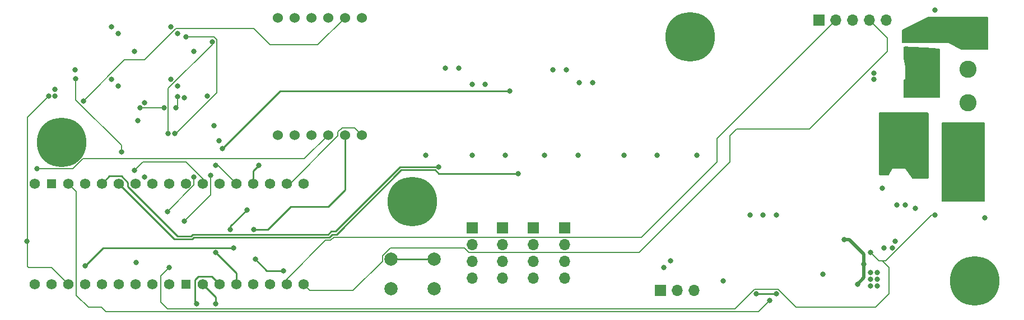
<source format=gbr>
%TF.GenerationSoftware,KiCad,Pcbnew,7.0.1-0*%
%TF.CreationDate,2023-09-22T11:11:22-04:00*%
%TF.ProjectId,Segway V7,53656777-6179-4205-9637-2e6b69636164,V1*%
%TF.SameCoordinates,Original*%
%TF.FileFunction,Copper,L4,Bot*%
%TF.FilePolarity,Positive*%
%FSLAX46Y46*%
G04 Gerber Fmt 4.6, Leading zero omitted, Abs format (unit mm)*
G04 Created by KiCad (PCBNEW 7.0.1-0) date 2023-09-22 11:11:22*
%MOMM*%
%LPD*%
G01*
G04 APERTURE LIST*
%TA.AperFunction,ComponentPad*%
%ADD10R,2.600000X2.600000*%
%TD*%
%TA.AperFunction,ComponentPad*%
%ADD11C,2.600000*%
%TD*%
%TA.AperFunction,ComponentPad*%
%ADD12C,7.500000*%
%TD*%
%TA.AperFunction,ComponentPad*%
%ADD13R,1.700000X1.700000*%
%TD*%
%TA.AperFunction,ComponentPad*%
%ADD14O,1.700000X1.700000*%
%TD*%
%TA.AperFunction,ComponentPad*%
%ADD15C,1.574800*%
%TD*%
%TA.AperFunction,ComponentPad*%
%ADD16R,1.473200X1.473200*%
%TD*%
%TA.AperFunction,ComponentPad*%
%ADD17C,2.000000*%
%TD*%
%TA.AperFunction,ComponentPad*%
%ADD18C,1.524000*%
%TD*%
%TA.AperFunction,ViaPad*%
%ADD19C,0.800000*%
%TD*%
%TA.AperFunction,Conductor*%
%ADD20C,0.200000*%
%TD*%
%TA.AperFunction,Conductor*%
%ADD21C,0.250000*%
%TD*%
%TA.AperFunction,Conductor*%
%ADD22C,0.500000*%
%TD*%
%TA.AperFunction,Conductor*%
%ADD23C,0.127000*%
%TD*%
G04 APERTURE END LIST*
D10*
%TO.P,J10,1,Pin_1*%
%TO.N,/VBAT_IN*%
X246000000Y-116080000D03*
D11*
%TO.P,J10,2,Pin_2*%
%TO.N,GND*%
X246000000Y-111000000D03*
%TO.P,J10,3,Pin_3*%
X246000000Y-105920000D03*
%TO.P,J10,4,Pin_4*%
%TO.N,/VBAT_MOTOR*%
X246000000Y-100840000D03*
%TD*%
D12*
%TO.P,REF\u002A\u002A,1*%
%TO.N,GND*%
X109000000Y-117000000D03*
%TD*%
D13*
%TO.P,J2,1,Pin_1*%
%TO.N,GND*%
X199500000Y-139500000D03*
D14*
%TO.P,J2,2,Pin_2*%
%TO.N,Net-(J2-Pin_2)*%
X202040000Y-139500000D03*
%TO.P,J2,3,Pin_3*%
%TO.N,/BUCK_5V*%
X204580000Y-139500000D03*
%TD*%
D15*
%TO.P,U1,34,IO35*%
%TO.N,/MOSI*%
X104880000Y-138500000D03*
%TO.P,U1,33,IO37*%
%TO.N,/MISO*%
X107420000Y-138500000D03*
%TO.P,U1,32,IO36*%
%TO.N,/SCK*%
X109960000Y-138500000D03*
%TO.P,U1,31,IO34*%
%TO.N,/TFT_D{slash}C*%
X112500000Y-138500000D03*
%TO.P,U1,30,IO9*%
%TO.N,/SCL*%
X115040000Y-138500000D03*
%TO.P,U1,29,IO8*%
%TO.N,/SDA*%
X117580000Y-138500000D03*
%TO.P,U1,28,IO7*%
%TO.N,/WS2812*%
X120120000Y-138500000D03*
%TO.P,U1,27,IO6*%
%TO.N,/BAT_READING*%
X122660000Y-138500000D03*
%TO.P,U1,26,RST*%
%TO.N,/RST*%
X125200000Y-138500000D03*
D16*
%TO.P,U1,25,GND*%
%TO.N,GND*%
X127740000Y-138500000D03*
D15*
%TO.P,U1,24,TX*%
%TO.N,/TX*%
X130280000Y-138500000D03*
%TO.P,U1,23,RX*%
%TO.N,/RX*%
X132820000Y-138500000D03*
%TO.P,U1,22,IO38*%
%TO.N,/HALL_L_B*%
X135360000Y-138500000D03*
%TO.P,U1,21,IO39*%
%TO.N,/DIR1*%
X137900000Y-138500000D03*
%TO.P,U1,20,IO40*%
%TO.N,/DIR2*%
X140440000Y-138500000D03*
%TO.P,U1,19,IO41*%
%TO.N,/PWM1*%
X142980000Y-138500000D03*
%TO.P,U1,18,IO42*%
%TO.N,/PWM2*%
X145520000Y-138500000D03*
%TO.P,U1,17,IO12*%
%TO.N,/IMU_CS*%
X145520000Y-123260000D03*
%TO.P,U1,16,IO13*%
%TO.N,/IMU_INT*%
X142980000Y-123260000D03*
%TO.P,U1,15,IO14*%
%TO.N,/IMU_RST*%
X140440000Y-123260000D03*
%TO.P,U1,14,IO15*%
%TO.N,/HALL_R_B*%
X137900000Y-123260000D03*
%TO.P,U1,13,IO16*%
%TO.N,/HALL_R_A*%
X135360000Y-123260000D03*
%TO.P,U1,12,LDO2_OUT*%
%TO.N,unconnected-(U1-LDO2_OUT-Pad12)*%
X132820000Y-123260000D03*
%TO.P,U1,11,IO0*%
%TO.N,/TFT_RST*%
X130280000Y-123260000D03*
%TO.P,U1,10,IO21*%
%TO.N,/HALL_L_A*%
X127740000Y-123260000D03*
%TO.P,U1,9,IO5*%
%TO.N,/A4*%
X125200000Y-123260000D03*
%TO.P,U1,8,IO4*%
%TO.N,/A3*%
X122660000Y-123260000D03*
%TO.P,U1,7,IO3*%
%TO.N,/TFT_CS*%
X120120000Y-123260000D03*
%TO.P,U1,6,IO2*%
%TO.N,/A1*%
X117580000Y-123260000D03*
%TO.P,U1,5,IO1*%
%TO.N,/A0*%
X115040000Y-123260000D03*
%TO.P,U1,4,3V3*%
%TO.N,+3.3V*%
X112500000Y-123260000D03*
%TO.P,U1,3,5V*%
%TO.N,+5V*%
X109960000Y-123260000D03*
D16*
%TO.P,U1,2,GND*%
%TO.N,GND*%
X107420000Y-123260000D03*
D15*
%TO.P,U1,1,VBAT*%
%TO.N,unconnected-(U1-VBAT-Pad1)*%
X104880000Y-123260000D03*
%TD*%
D13*
%TO.P,J8,1,Pin_1*%
%TO.N,/DIR1*%
X223420000Y-98500000D03*
D14*
%TO.P,J8,2,Pin_2*%
%TO.N,/PWM1*%
X225960000Y-98500000D03*
%TO.P,J8,3,Pin_3*%
%TO.N,/DIR2*%
X228500000Y-98500000D03*
%TO.P,J8,4,Pin_4*%
%TO.N,/PWM2*%
X231040000Y-98500000D03*
%TO.P,J8,5,Pin_5*%
%TO.N,GND*%
X233580000Y-98500000D03*
%TD*%
D13*
%TO.P,J3,1,Pin_1*%
%TO.N,+3.3V*%
X171000000Y-130000000D03*
D14*
%TO.P,J3,2,Pin_2*%
X171000000Y-132540000D03*
%TO.P,J3,3,Pin_3*%
X171000000Y-135080000D03*
%TO.P,J3,4,Pin_4*%
X171000000Y-137620000D03*
%TD*%
D13*
%TO.P,J7,1,Pin_1*%
%TO.N,GND*%
X185000000Y-130000000D03*
D14*
%TO.P,J7,2,Pin_2*%
%TO.N,+3.3V*%
X185000000Y-132540000D03*
%TO.P,J7,3,Pin_3*%
%TO.N,/RX*%
X185000000Y-135080000D03*
%TO.P,J7,4,Pin_4*%
%TO.N,/TX*%
X185000000Y-137620000D03*
%TD*%
D13*
%TO.P,J4,1,Pin_1*%
%TO.N,GND*%
X175650000Y-130000000D03*
D14*
%TO.P,J4,2,Pin_2*%
X175650000Y-132540000D03*
%TO.P,J4,3,Pin_3*%
X175650000Y-135080000D03*
%TO.P,J4,4,Pin_4*%
X175650000Y-137620000D03*
%TD*%
D12*
%TO.P,REF\u002A\u002A,3*%
%TO.N,GND*%
X204000000Y-101000000D03*
%TD*%
D17*
%TO.P,SW3,1,1*%
%TO.N,/RST*%
X158750000Y-134750000D03*
X165250000Y-134750000D03*
%TO.P,SW3,2,2*%
%TO.N,GND*%
X158750000Y-139250000D03*
X165250000Y-139250000D03*
%TD*%
D18*
%TO.P,A1,1,Vin*%
%TO.N,+3.3V*%
X141650000Y-115890000D03*
%TO.P,A1,2,3Vo*%
%TO.N,unconnected-(A1-3Vo-Pad2)*%
X144190000Y-115890000D03*
%TO.P,A1,3,GND*%
%TO.N,GND*%
X146730000Y-115890000D03*
%TO.P,A1,4,SCL*%
%TO.N,/SCK*%
X149270000Y-115890000D03*
%TO.P,A1,5,SDA*%
%TO.N,/MISO*%
X151810000Y-115890000D03*
%TO.P,A1,6,INT*%
%TO.N,/IMU_INT*%
X154350000Y-115890000D03*
%TO.P,A1,7,BT*%
%TO.N,unconnected-(A1-BT-Pad7)*%
X141650000Y-98110000D03*
%TO.P,A1,8,P0*%
%TO.N,+3.3V*%
X144190000Y-98110000D03*
%TO.P,A1,9,P1*%
X146730000Y-98110000D03*
%TO.P,A1,10,RST*%
%TO.N,/IMU_RST*%
X149270000Y-98110000D03*
%TO.P,A1,11,DI*%
%TO.N,/MOSI*%
X151810000Y-98110000D03*
%TO.P,A1,12,CS*%
%TO.N,/IMU_CS*%
X154350000Y-98110000D03*
%TD*%
D13*
%TO.P,J5,1,Pin_1*%
%TO.N,/BUCK_5V*%
X180300000Y-130000000D03*
D14*
%TO.P,J5,2,Pin_2*%
X180300000Y-132540000D03*
%TO.P,J5,3,Pin_3*%
X180300000Y-135080000D03*
%TO.P,J5,4,Pin_4*%
X180300000Y-137620000D03*
%TD*%
D12*
%TO.P,REF\u002A\u002A,2*%
%TO.N,GND*%
X162000000Y-126000000D03*
%TD*%
%TO.P,REF\u002A\u002A,4*%
%TO.N,GND*%
X247000000Y-138000000D03*
%TD*%
D19*
%TO.N,/VBAT_MOTOR_PRE*%
X237000000Y-105000000D03*
X241000000Y-104000000D03*
X240000000Y-104000000D03*
X241000000Y-108000000D03*
X241000000Y-109000000D03*
X240000000Y-109000000D03*
X240000000Y-108000000D03*
X241000000Y-107000000D03*
X240000000Y-107000000D03*
X239000000Y-107000000D03*
X238000000Y-107000000D03*
X238000000Y-106000000D03*
X239000000Y-106000000D03*
X240000000Y-106000000D03*
X241000000Y-106000000D03*
X241000000Y-105000000D03*
X240000000Y-105000000D03*
X239000000Y-105000000D03*
X238000000Y-105000000D03*
%TO.N,/VBAT_MOTOR*%
X247500000Y-102500000D03*
X248250000Y-101500000D03*
X248250000Y-99750000D03*
X247500000Y-98750000D03*
X244500000Y-98750000D03*
X244250000Y-102000000D03*
X243250000Y-101250000D03*
X243250000Y-100250000D03*
X243250000Y-99250000D03*
X242000000Y-99250000D03*
X242000000Y-100250000D03*
X242000000Y-101250000D03*
X240750000Y-101250000D03*
X240750000Y-100250000D03*
X240750000Y-99250000D03*
X239500000Y-99250000D03*
X239500000Y-100250000D03*
X239500000Y-101250000D03*
%TO.N,/VBAT*%
X239250000Y-119500000D03*
X239250000Y-118500000D03*
X239250000Y-117500000D03*
X239250000Y-116000000D03*
X239250000Y-114750000D03*
X239250000Y-113250000D03*
X236750000Y-119500000D03*
X236750000Y-120500000D03*
X235500000Y-120500000D03*
X235500000Y-119500000D03*
X234250000Y-119500000D03*
X233000000Y-119500000D03*
%TO.N,/VBAT_IN*%
X244000000Y-118000000D03*
X248000000Y-119000000D03*
X247000000Y-119000000D03*
X246000000Y-119000000D03*
X245000000Y-119000000D03*
X244000000Y-119000000D03*
X243000000Y-119000000D03*
X243000000Y-118000000D03*
X243000000Y-117000000D03*
X243000000Y-116000000D03*
X243000000Y-115000000D03*
%TO.N,GND*%
X238000000Y-127000000D03*
X236500000Y-126500000D03*
X235250000Y-126500000D03*
X235000000Y-132000000D03*
X234500000Y-133000000D03*
X233250000Y-133000000D03*
%TO.N,Net-(U3-SW)*%
X227250000Y-131750000D03*
%TO.N,GND*%
X232250000Y-138750000D03*
X232250000Y-137750000D03*
X232250000Y-136750000D03*
X231250000Y-138750000D03*
X231250000Y-137750000D03*
X231250000Y-136750000D03*
%TO.N,Net-(U3-SW)*%
X229250000Y-138500000D03*
%TO.N,+3.3V*%
X120000000Y-103250000D03*
X111000000Y-106000000D03*
X176000000Y-119000000D03*
X169000000Y-105750000D03*
X117500000Y-100500000D03*
X187000000Y-119000000D03*
X117500000Y-108500000D03*
X189250000Y-108000000D03*
X131000000Y-110000000D03*
X185250000Y-106000000D03*
X126500000Y-100500000D03*
X127500000Y-110250000D03*
X121500000Y-111000000D03*
X126500000Y-108500000D03*
X173000000Y-108250000D03*
X164000000Y-119000000D03*
X187250000Y-108000000D03*
X129000000Y-103250000D03*
X199000000Y-119000000D03*
X171000000Y-108250000D03*
X132750000Y-116750000D03*
X108000000Y-109000000D03*
%TO.N,GND*%
X125500000Y-107500000D03*
X194000000Y-119000000D03*
X121500000Y-122250000D03*
X200000000Y-136000000D03*
X248500000Y-128500000D03*
X224000000Y-137000000D03*
X205000000Y-119000000D03*
X182000000Y-119000000D03*
X108000000Y-110000000D03*
X116500000Y-107500000D03*
X213000000Y-128000000D03*
X209000000Y-138000000D03*
X171000000Y-119000000D03*
X132000000Y-114500000D03*
X231750000Y-106500000D03*
X215000000Y-128000000D03*
X233000000Y-124000000D03*
X201000000Y-135000000D03*
X183250000Y-106000000D03*
X167000000Y-105750000D03*
X241000000Y-97000000D03*
X125500000Y-99500000D03*
X116500000Y-99500000D03*
X120500000Y-113750000D03*
X231750000Y-107500000D03*
X120250000Y-135250000D03*
X217000000Y-128000000D03*
%TO.N,/SCK*%
X105250000Y-121000000D03*
X107000000Y-110000000D03*
X103750000Y-132000000D03*
%TO.N,/MISO*%
X112500000Y-135750000D03*
X138000000Y-130250000D03*
X135000000Y-133000000D03*
%TO.N,/MOSI*%
X112250000Y-110750000D03*
%TO.N,Net-(U3-SW)*%
X230250000Y-135500000D03*
%TO.N,/HALL_L_B*%
X132250000Y-133750000D03*
X134500000Y-130250000D03*
X137000000Y-127250000D03*
%TO.N,/HALL_R_A*%
X133250000Y-118000000D03*
X132250000Y-120500000D03*
X176750000Y-109250000D03*
%TO.N,/HALL_R_B*%
X138750000Y-120500000D03*
%TO.N,/SCL*%
X125000000Y-127500000D03*
X129000000Y-122250000D03*
%TO.N,/SDA*%
X127500000Y-129000000D03*
X131500000Y-122000000D03*
%TO.N,/TX*%
X132250000Y-141474500D03*
%TO.N,/RX*%
X129375000Y-141500000D03*
%TO.N,/A0*%
X166000000Y-120750000D03*
%TO.N,/A1*%
X178000000Y-121750000D03*
%TO.N,Net-(Q1-Pad2)*%
X216987701Y-139987701D03*
X214000000Y-140000000D03*
%TO.N,+5V*%
X216000000Y-141000000D03*
%TO.N,/SC0*%
X126521001Y-110048599D03*
X126237000Y-111750000D03*
%TO.N,/SD1*%
X124430812Y-111750000D03*
X120855003Y-111763534D03*
%TO.N,/SD2*%
X126093315Y-115650500D03*
X127750000Y-101000000D03*
%TO.N,/SC2*%
X125093812Y-115650500D03*
X131750000Y-101750000D03*
%TO.N,/RST*%
X142500000Y-136500000D03*
X138250000Y-134750000D03*
%TO.N,/VBAT_MCU*%
X125250000Y-136000000D03*
X241000000Y-128000000D03*
X231250000Y-133750000D03*
%TO.N,/TFT_RST*%
X111119622Y-107380378D03*
X120000000Y-121250000D03*
X118000000Y-118500000D03*
%TD*%
D20*
%TO.N,/PWM1*%
X142980000Y-138500000D02*
X142980000Y-137770000D01*
X142980000Y-137770000D02*
X148875000Y-131875000D01*
X148875000Y-131875000D02*
X149605000Y-131875000D01*
X149605000Y-131875000D02*
X150090000Y-131390000D01*
X150090000Y-131390000D02*
X196610000Y-131390000D01*
X196610000Y-131390000D02*
X208000000Y-120000000D01*
X208000000Y-120000000D02*
X208000000Y-116460000D01*
X208000000Y-116460000D02*
X225960000Y-98500000D01*
D21*
%TO.N,/A1*%
X117580000Y-123260000D02*
X126020000Y-131700000D01*
X165974695Y-121750000D02*
X178000000Y-121750000D01*
X126020000Y-131700000D02*
X128686396Y-131700000D01*
X128686396Y-131700000D02*
X128936396Y-131450000D01*
X128936396Y-131450000D02*
X149428960Y-131450000D01*
X149428960Y-131450000D02*
X149913960Y-130965000D01*
X149913960Y-130965000D02*
X150535000Y-130965000D01*
X150535000Y-130965000D02*
X160300000Y-121200000D01*
X160300000Y-121200000D02*
X165424695Y-121200000D01*
X165424695Y-121200000D02*
X165974695Y-121750000D01*
D20*
%TO.N,/PWM2*%
X145520000Y-138500000D02*
X146520000Y-139500000D01*
X146520000Y-139500000D02*
X153000000Y-139500000D01*
X153000000Y-139500000D02*
X157450000Y-135050000D01*
X157450000Y-135050000D02*
X157450000Y-134211522D01*
X157450000Y-134211522D02*
X158661522Y-133000000D01*
X158661522Y-133000000D02*
X169833654Y-133000000D01*
X169833654Y-133000000D02*
X170523654Y-133690000D01*
X210000000Y-120000000D02*
X210000000Y-116000000D01*
X210000000Y-116000000D02*
X211000000Y-115000000D01*
X211000000Y-115000000D02*
X222000000Y-115000000D01*
X170523654Y-133690000D02*
X196310000Y-133690000D01*
X196310000Y-133690000D02*
X210000000Y-120000000D01*
X222000000Y-115000000D02*
X233750000Y-103250000D01*
X233750000Y-103250000D02*
X233750000Y-101210000D01*
X233750000Y-101210000D02*
X231040000Y-98500000D01*
%TO.N,/VBAT_MCU*%
X233000000Y-135000000D02*
X232500000Y-135000000D01*
X232500000Y-135000000D02*
X231250000Y-133750000D01*
D22*
%TO.N,Net-(U3-SW)*%
X230250000Y-135500000D02*
X230250000Y-134000000D01*
X230250000Y-134000000D02*
X228000000Y-131750000D01*
X228000000Y-131750000D02*
X227250000Y-131750000D01*
X229250000Y-138500000D02*
X230250000Y-137500000D01*
X230250000Y-137500000D02*
X230250000Y-135500000D01*
D20*
%TO.N,/VBAT_MCU*%
X124000000Y-141250000D02*
X125000000Y-142250000D01*
X213722349Y-139287701D02*
X217277651Y-139287701D01*
X217277651Y-139287701D02*
X219989950Y-142000000D01*
X219989950Y-142000000D02*
X232000000Y-142000000D01*
X124000000Y-137250000D02*
X124000000Y-141250000D01*
X125000000Y-142250000D02*
X210760050Y-142250000D01*
X125250000Y-136000000D02*
X124000000Y-137250000D01*
X210760050Y-142250000D02*
X213722349Y-139287701D01*
X234000000Y-136000000D02*
X233000000Y-135000000D01*
X232000000Y-142000000D02*
X234000000Y-140000000D01*
X234000000Y-140000000D02*
X234000000Y-136000000D01*
X233000000Y-135000000D02*
X233500000Y-135000000D01*
X233500000Y-135000000D02*
X240500000Y-128000000D01*
X240500000Y-128000000D02*
X241000000Y-128000000D01*
%TO.N,/SCK*%
X103750000Y-132000000D02*
X103792600Y-132042600D01*
X110677565Y-121050000D02*
X105300000Y-121050000D01*
X149270000Y-115890000D02*
X145660000Y-119500000D01*
X103792600Y-132042600D02*
X103792600Y-135792600D01*
X112227565Y-119500000D02*
X110677565Y-121050000D01*
X107460000Y-136000000D02*
X109960000Y-138500000D01*
X105300000Y-121050000D02*
X105250000Y-121000000D01*
X103792600Y-131957400D02*
X103750000Y-132000000D01*
X103792600Y-113207400D02*
X103792600Y-131957400D01*
X107000000Y-110000000D02*
X103792600Y-113207400D01*
X145660000Y-119500000D02*
X112227565Y-119500000D01*
X103792600Y-135792600D02*
X104000000Y-136000000D01*
X104000000Y-136000000D02*
X107460000Y-136000000D01*
D21*
%TO.N,/MISO*%
X138000000Y-130250000D02*
X140103172Y-130250000D01*
X140103172Y-130250000D02*
X143603172Y-126750000D01*
X149250000Y-126750000D02*
X151810000Y-124190000D01*
X115250000Y-133000000D02*
X135000000Y-133000000D01*
X112500000Y-135750000D02*
X115250000Y-133000000D01*
X151810000Y-124190000D02*
X151810000Y-115890000D01*
X143603172Y-126750000D02*
X149250000Y-126750000D01*
D20*
%TO.N,/IMU_INT*%
X153288000Y-114828000D02*
X151370105Y-114828000D01*
X150748000Y-116002000D02*
X143490000Y-123260000D01*
X150748000Y-115450105D02*
X150748000Y-116002000D01*
X154350000Y-115890000D02*
X153288000Y-114828000D01*
X151370105Y-114828000D02*
X150748000Y-115450105D01*
X143490000Y-123260000D02*
X142980000Y-123260000D01*
%TO.N,/MOSI*%
X147670000Y-102250000D02*
X151810000Y-98110000D01*
X138050000Y-99800000D02*
X140500000Y-102250000D01*
X140500000Y-102250000D02*
X147670000Y-102250000D01*
X121510050Y-104500000D02*
X126210050Y-99800000D01*
X112250000Y-110750000D02*
X118500000Y-104500000D01*
X118500000Y-104500000D02*
X121510050Y-104500000D01*
X126210050Y-99800000D02*
X138050000Y-99800000D01*
D21*
%TO.N,/HALL_L_B*%
X132250000Y-133750000D02*
X135360000Y-136860000D01*
X135360000Y-136860000D02*
X135360000Y-138500000D01*
X134500000Y-129750000D02*
X134500000Y-130250000D01*
X137000000Y-127250000D02*
X134500000Y-129750000D01*
%TO.N,/HALL_R_A*%
X142000000Y-109250000D02*
X133250000Y-118000000D01*
D20*
X135360000Y-123260000D02*
X132600000Y-120500000D01*
D21*
X176750000Y-109250000D02*
X142000000Y-109250000D01*
D20*
X132600000Y-120500000D02*
X132250000Y-120500000D01*
D21*
%TO.N,/HALL_R_B*%
X138750000Y-120500000D02*
X137900000Y-121350000D01*
X137900000Y-121350000D02*
X137900000Y-123260000D01*
D23*
%TO.N,/SCL*%
X129000000Y-123500000D02*
X129000000Y-122250000D01*
X125000000Y-127500000D02*
X129000000Y-123500000D01*
%TO.N,/SDA*%
X131500000Y-125000000D02*
X131500000Y-122000000D01*
X127500000Y-129000000D02*
X131500000Y-125000000D01*
D21*
%TO.N,/TX*%
X132250000Y-141474500D02*
X132250000Y-140470000D01*
X132250000Y-140470000D02*
X130280000Y-138500000D01*
%TO.N,/RX*%
X129612400Y-137387600D02*
X131707600Y-137387600D01*
X129167600Y-141292600D02*
X129167600Y-137832400D01*
X129167600Y-137832400D02*
X129612400Y-137387600D01*
X131707600Y-137387600D02*
X132820000Y-138500000D01*
X129375000Y-141500000D02*
X129167600Y-141292600D01*
%TO.N,/A0*%
X149727564Y-130515000D02*
X150348604Y-130515000D01*
X119007600Y-123720772D02*
X126536828Y-131250000D01*
X118040772Y-122147600D02*
X119007600Y-123114428D01*
X128500000Y-131250000D02*
X128750000Y-131000000D01*
X160113604Y-120750000D02*
X166000000Y-120750000D01*
X150348604Y-130515000D02*
X160113604Y-120750000D01*
X116152400Y-122147600D02*
X118040772Y-122147600D01*
X115040000Y-123260000D02*
X116152400Y-122147600D01*
X119007600Y-123114428D02*
X119007600Y-123720772D01*
X128750000Y-131000000D02*
X149242564Y-131000000D01*
X149242564Y-131000000D02*
X149727564Y-130515000D01*
X126536828Y-131250000D02*
X128500000Y-131250000D01*
%TO.N,Net-(Q1-Pad2)*%
X216987701Y-139987701D02*
X216975402Y-140000000D01*
X216975402Y-140000000D02*
X214000000Y-140000000D01*
D20*
%TO.N,+5V*%
X111197400Y-124497400D02*
X111197400Y-140197400D01*
X115700000Y-142700000D02*
X214300000Y-142700000D01*
X109960000Y-123260000D02*
X111197400Y-124497400D01*
X214300000Y-142700000D02*
X216000000Y-141000000D01*
X111197400Y-140197400D02*
X113000000Y-142000000D01*
X115000000Y-142000000D02*
X115700000Y-142700000D01*
X113000000Y-142000000D02*
X115000000Y-142000000D01*
D23*
%TO.N,/SC0*%
X126521001Y-110048599D02*
X126521001Y-111465999D01*
X126521001Y-111465999D02*
X126237000Y-111750000D01*
%TO.N,/SD1*%
X124430812Y-111750000D02*
X120868537Y-111750000D01*
X120868537Y-111750000D02*
X120855003Y-111763534D01*
%TO.N,/SD2*%
X126287831Y-115650500D02*
X126093315Y-115650500D01*
X131989950Y-101000000D02*
X132413500Y-101423550D01*
X132413500Y-109524831D02*
X126287831Y-115650500D01*
X127750000Y-101000000D02*
X131989950Y-101000000D01*
X132413500Y-101423550D02*
X132413500Y-109524831D01*
%TO.N,/SC2*%
X125093812Y-108844519D02*
X131750000Y-102188331D01*
X125093812Y-115650500D02*
X125093812Y-108844519D01*
X131750000Y-102188331D02*
X131750000Y-101750000D01*
D21*
%TO.N,/RST*%
X138250000Y-134750000D02*
X140000000Y-136500000D01*
X158750000Y-134750000D02*
X165250000Y-134750000D01*
X140000000Y-136500000D02*
X142500000Y-136500000D01*
D20*
%TO.N,/TFT_RST*%
X121250000Y-120000000D02*
X127739950Y-120000000D01*
X130280000Y-122540050D02*
X130280000Y-123260000D01*
X111119622Y-107380378D02*
X111119622Y-110609572D01*
X118000000Y-117489950D02*
X118000000Y-118500000D01*
X127739950Y-120000000D02*
X130280000Y-122540050D01*
X120000000Y-121250000D02*
X121250000Y-120000000D01*
X111119622Y-110609572D02*
X118000000Y-117489950D01*
%TD*%
%TA.AperFunction,Conductor*%
%TO.N,/VBAT_MOTOR_PRE*%
G36*
X237482269Y-102537915D02*
G01*
X239496293Y-102599885D01*
X239503674Y-102600334D01*
X241587985Y-102789816D01*
X241644899Y-102809708D01*
X241685705Y-102854092D01*
X241700754Y-102912475D01*
X241749162Y-110125168D01*
X241732828Y-110187519D01*
X241687405Y-110233248D01*
X241625165Y-110250000D01*
X236324000Y-110250000D01*
X236262000Y-110233387D01*
X236216613Y-110188000D01*
X236200000Y-110126000D01*
X236200000Y-107624000D01*
X236216613Y-107562000D01*
X236262000Y-107516613D01*
X236324000Y-107500000D01*
X236500000Y-107500000D01*
X236500000Y-105500000D01*
X236252408Y-104262040D01*
X236250000Y-104237722D01*
X236250000Y-102627874D01*
X236267254Y-102564776D01*
X236314215Y-102519238D01*
X236377814Y-102503933D01*
X237482269Y-102537915D01*
G37*
%TD.AperFunction*%
%TD*%
%TA.AperFunction,Conductor*%
%TO.N,/VBAT*%
G36*
X239938000Y-112516613D02*
G01*
X239983387Y-112562000D01*
X240000000Y-112624000D01*
X240000000Y-122376000D01*
X239983387Y-122438000D01*
X239938000Y-122483387D01*
X239876000Y-122500000D01*
X237566363Y-122500000D01*
X237507853Y-122485328D01*
X237463189Y-122444783D01*
X236500000Y-121000000D01*
X234500000Y-121000000D01*
X234499999Y-121000000D01*
X234499998Y-121000001D01*
X234034273Y-121931454D01*
X233988555Y-121981481D01*
X233923364Y-122000000D01*
X232624000Y-122000000D01*
X232562000Y-121983387D01*
X232516613Y-121938000D01*
X232500000Y-121876000D01*
X232500000Y-112624000D01*
X232516613Y-112562000D01*
X232562000Y-112516613D01*
X232624000Y-112500000D01*
X239876000Y-112500000D01*
X239938000Y-112516613D01*
G37*
%TD.AperFunction*%
%TD*%
%TA.AperFunction,Conductor*%
%TO.N,/VBAT_MOTOR*%
G36*
X248938000Y-98016613D02*
G01*
X248983387Y-98062000D01*
X249000000Y-98124000D01*
X249000000Y-102876000D01*
X248983387Y-102938000D01*
X248938000Y-102983387D01*
X248876000Y-103000000D01*
X245029272Y-103000000D01*
X244973818Y-102986909D01*
X243000000Y-102000000D01*
X236124000Y-102000000D01*
X236062000Y-101983387D01*
X236016613Y-101938000D01*
X236000000Y-101876000D01*
X236000000Y-100076636D01*
X236018519Y-100011445D01*
X236068546Y-99965727D01*
X239973818Y-98013091D01*
X240029272Y-98000000D01*
X248876000Y-98000000D01*
X248938000Y-98016613D01*
G37*
%TD.AperFunction*%
%TD*%
%TA.AperFunction,Conductor*%
%TO.N,/VBAT_IN*%
G36*
X248438000Y-114016613D02*
G01*
X248483387Y-114062000D01*
X248500000Y-114124000D01*
X248500000Y-125876000D01*
X248483387Y-125938000D01*
X248438000Y-125983387D01*
X248376000Y-126000000D01*
X242124000Y-126000000D01*
X242062000Y-125983387D01*
X242016613Y-125938000D01*
X242000000Y-125876000D01*
X242000000Y-114124000D01*
X242016613Y-114062000D01*
X242062000Y-114016613D01*
X242124000Y-114000000D01*
X248376000Y-114000000D01*
X248438000Y-114016613D01*
G37*
%TD.AperFunction*%
%TD*%
M02*

</source>
